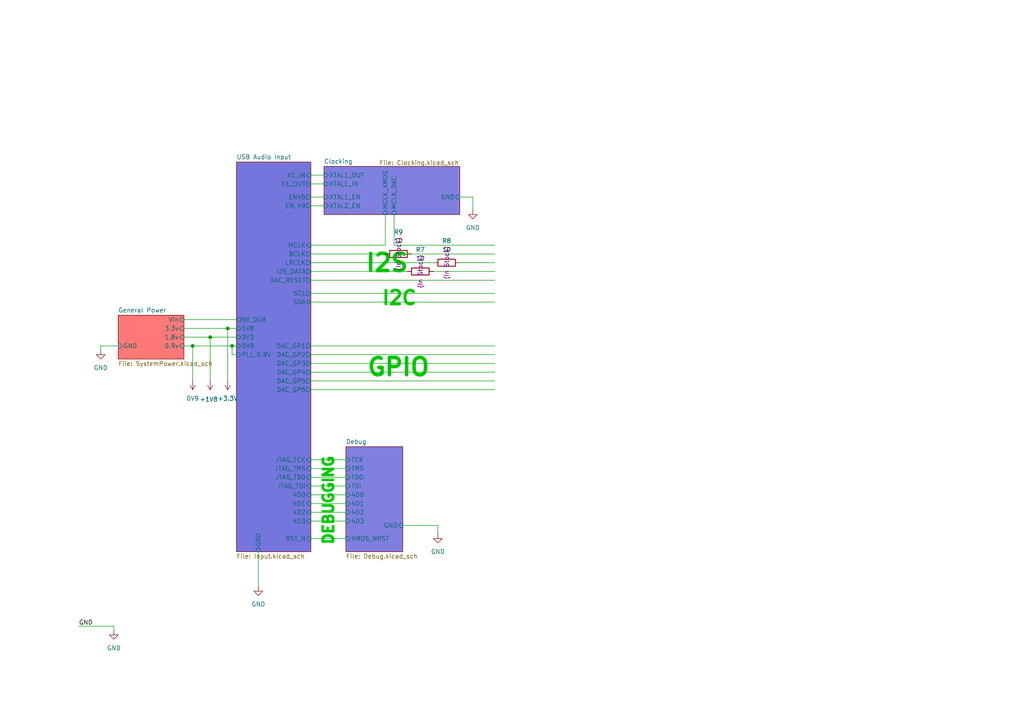
<source format=kicad_sch>
(kicad_sch (version 20250114) (generator "eeschema") (generator_version "9.0")
  (paper "A4")
  (title_block (title "Hi-Fidelity USB DAC Amplifier") (date "2025-11-19") (rev "1.0") (company "Personal Project - Kettering University") (comment 1 "Designed by Dan Abidov & Luke Stirzinger") (comment 2 "Based on XMOS Xu316 and ES9039Q2M"))
  (lib_symbols
    (symbol "Device:R" (pin_numbers (hide yes)) (pin_names (offset 0))
      (property "Reference" "R" (at 2.032 0 90))
      (property "Value" "R" (at 0 0 90))
      (symbol "R_0_1"
        (rectangle (start -1.016 -2.54) (end 1.016 2.54) (stroke (width 0.254)))
      )
      (symbol "R_1_1"
        (pin passive line (at 0 3.81 270) (length 1.27) (name "~") (number "1"))
        (pin passive line (at 0 -3.81 90) (length 1.27) (name "~") (number "2"))
      )
    )
    (symbol "power:+1V8" (power) (pin_numbers (hide yes)) (pin_names (offset 0) (hide yes))
      (property "Value" "+1V8" (at 0 3.556 0))
      (symbol "+1V8_0_1"
        (polyline (pts (xy -0.762 1.27) (xy 0 2.54)))
        (polyline (pts (xy 0 2.54) (xy 0.762 1.27)))
        (polyline (pts (xy 0 0) (xy 0 2.54)))
      )
      (symbol "+1V8_1_1"
        (pin power_in line (at 0 0 90) (length 0) (name "~") (number "1"))
      )
    )
    (symbol "power:+3.3V" (power) (pin_numbers (hide yes)) (pin_names (offset 0) (hide yes))
      (property "Value" "+3.3V" (at 0 3.556 0))
      (symbol "+3.3V_0_1"
        (polyline (pts (xy -0.762 1.27) (xy 0 2.54)))
        (polyline (pts (xy 0 2.54) (xy 0.762 1.27)))
        (polyline (pts (xy 0 0) (xy 0 2.54)))
      )
      (symbol "+3.3V_1_1"
        (pin power_in line (at 0 0 90) (length 0) (name "~") (number "1"))
      )
    )
    (symbol "power:GND" (power) (pin_numbers (hide yes)) (pin_names (offset 0) (hide yes))
      (property "Value" "GND" (at 0 -3.81 0))
      (symbol "GND_0_1"
        (polyline (pts (xy 0 0) (xy 0 -1.27) (xy 1.27 -1.27) (xy 0 -2.54) (xy -1.27 -1.27) (xy 0 -1.27)))
      )
      (symbol "GND_1_1"
        (pin power_in line (at 0 0 270) (length 0) (name "~") (number "1"))
      )
    )
  )
  (text "I2C" (at 115.824 86.614 0) (effects (font (size 4 4) (thickness 0.8) (bold yes))))
  (text "DEBUGGING" (at 95.25 145.288 90) (effects (font (size 3 3) (thickness 0.8) (bold yes))))
  (text "I2S" (at 112.268 76.454 0) (effects (font (size 5 5) (thickness 1) (bold yes))))
  (text "GPIO" (at 115.57 106.68 0) (effects (font (size 5 5) (thickness 1) (bold yes))))
  (junction (at 67.31 100.33))
  (junction (at 66.04 95.25))
  (junction (at 55.88 100.33))
  (junction (at 60.96 97.79))
  (wire (pts (xy 90.17 151.13) (xy 100.33 151.13)))
  (wire (pts (xy 74.93 170.18) (xy 74.93 160.02)))
  (wire (pts (xy 137.16 57.15) (xy 137.16 60.96)))
  (wire (pts (xy 60.96 97.79) (xy 68.58 97.79)))
  (wire (pts (xy 127 152.4) (xy 127 154.94)))
  (wire (pts (xy 90.17 102.87) (xy 143.51 102.87)))
  (wire (pts (xy 68.58 102.87) (xy 67.31 102.87)))
  (wire (pts (xy 60.96 110.49) (xy 60.96 97.79)))
  (wire (pts (xy 55.88 100.33) (xy 53.34 100.33)))
  (wire (pts (xy 66.04 95.25) (xy 66.04 110.49)))
  (wire (pts (xy 53.34 92.71) (xy 68.58 92.71)))
  (wire (pts (xy 90.17 76.2) (xy 125.73 76.2)))
  (wire (pts (xy 29.21 100.33) (xy 34.29 100.33)))
  (wire (pts (xy 22.86 181.61) (xy 33.02 181.61)))
  (wire (pts (xy 90.17 143.51) (xy 100.33 143.51)))
  (wire (pts (xy 90.17 135.89) (xy 100.33 135.89)))
  (wire (pts (xy 67.31 100.33) (xy 68.58 100.33)))
  (wire (pts (xy 90.17 156.21) (xy 100.33 156.21)))
  (wire (pts (xy 90.17 100.33) (xy 143.51 100.33)))
  (wire (pts (xy 114.3 62.23) (xy 114.3 71.12)))
  (wire (pts (xy 90.17 113.03) (xy 143.51 113.03)))
  (wire (pts (xy 67.31 102.87) (xy 67.31 100.33)))
  (wire (pts (xy 90.17 107.95) (xy 143.51 107.95)))
  (wire (pts (xy 29.21 100.33) (xy 29.21 101.6)))
  (wire (pts (xy 90.17 87.63) (xy 143.51 87.63)))
  (wire (pts (xy 111.76 62.23) (xy 111.76 71.12)))
  (wire (pts (xy 90.17 73.66) (xy 111.76 73.66)))
  (wire (pts (xy 114.3 71.12) (xy 143.51 71.12)))
  (wire (pts (xy 133.35 76.2) (xy 143.51 76.2)))
  (wire (pts (xy 90.17 148.59) (xy 100.33 148.59)))
  (wire (pts (xy 90.17 78.74) (xy 118.11 78.74)))
  (wire (pts (xy 53.34 97.79) (xy 60.96 97.79)))
  (wire (pts (xy 133.35 57.15) (xy 137.16 57.15)))
  (wire (pts (xy 90.17 133.35) (xy 100.33 133.35)))
  (wire (pts (xy 66.04 95.25) (xy 68.58 95.25)))
  (wire (pts (xy 90.17 71.12) (xy 111.76 71.12)))
  (wire (pts (xy 90.17 50.8) (xy 93.98 50.8)))
  (wire (pts (xy 90.17 81.28) (xy 143.51 81.28)))
  (wire (pts (xy 90.17 110.49) (xy 143.51 110.49)))
  (wire (pts (xy 127 152.4) (xy 116.84 152.4)))
  (wire (pts (xy 90.17 138.43) (xy 100.33 138.43)))
  (wire (pts (xy 90.17 53.34) (xy 93.98 53.34)))
  (wire (pts (xy 90.17 105.41) (xy 143.51 105.41)))
  (wire (pts (xy 55.88 110.49) (xy 55.88 100.33)))
  (wire (pts (xy 33.02 181.61) (xy 33.02 182.88)))
  (wire (pts (xy 90.17 140.97) (xy 100.33 140.97)))
  (wire (pts (xy 55.88 100.33) (xy 67.31 100.33)))
  (wire (pts (xy 90.17 59.69) (xy 93.98 59.69)))
  (wire (pts (xy 53.34 95.25) (xy 66.04 95.25)))
  (wire (pts (xy 125.73 78.74) (xy 143.51 78.74)))
  (wire (pts (xy 119.38 73.66) (xy 143.51 73.66)))
  (wire (pts (xy 90.17 85.09) (xy 143.51 85.09)))
  (wire (pts (xy 90.17 57.15) (xy 93.98 57.15)))
  (wire (pts (xy 90.17 146.05) (xy 100.33 146.05)))
  (label "GND" (at 22.86 181.61 0))
  (symbol (lib_id "Device:R") (at 121.92 78.74 90) (unit 1)
    (property "Reference" "R7" (at 121.92 72.39 90))
    (property "Value" "10" (at 121.92 74.93 90))
    (property "Footprint" "Resistor_SMD:R_0805_2012Metric_Pad1.20x1.40mm_HandSolder" (effects (hide yes)))
    (property "Description" "Resistor" (effects (hide yes)))
    (property "CUI_PURCHASE_URL" "(In Stock)" (at 121.92 78.74 0))
  )
  (symbol (lib_id "Device:R") (at 129.54 76.2 90) (unit 1)
    (property "Reference" "R8" (at 129.54 69.85 90))
    (property "Value" "10" (at 129.54 72.39 90))
    (property "Footprint" "Resistor_SMD:R_0805_2012Metric_Pad1.20x1.40mm_HandSolder" (effects (hide yes)))
    (property "Description" "Resistor" (effects (hide yes)))
    (property "CUI_PURCHASE_URL" "(In Stock)" (at 129.54 76.2 0))
  )
  (symbol (lib_id "power:GND") (at 74.93 170.18 0) (unit 1)
    (property "Reference" "#PWR087" (effects (hide yes)))
    (property "Value" "GND" (at 74.93 175.26 0))
    (property "Description" "Power symbol creates a global label with name \"GND\" , ground" (effects (hide yes)))
  )
  (symbol (lib_id "Device:R") (at 115.57 73.66 90) (unit 1)
    (property "Reference" "R9" (at 115.57 67.31 90))
    (property "Value" "10" (at 115.57 69.85 90))
    (property "Footprint" "Resistor_SMD:R_0805_2012Metric_Pad1.20x1.40mm_HandSolder" (effects (hide yes)))
    (property "Description" "Resistor" (effects (hide yes)))
    (property "CUI_PURCHASE_URL" "(In Stock)" (at 115.57 73.66 0))
  )
  (symbol (lib_id "power:GND") (at 29.21 101.6 0) (unit 1)
    (property "Reference" "#PWR086" (effects (hide yes)))
    (property "Value" "GND" (at 29.21 106.68 0))
    (property "Description" "Power symbol creates a global label with name \"GND\" , ground" (effects (hide yes)))
  )
  (symbol (lib_id "power:GND") (at 127 154.94 0) (unit 1)
    (property "Reference" "#PWR088" (effects (hide yes)))
    (property "Value" "GND" (at 127 160.02 0))
    (property "Description" "Power symbol creates a global label with name \"GND\" , ground" (effects (hide yes)))
  )
  (symbol (lib_id "power:+1V8") (at 55.88 110.49 180) (unit 1)
    (property "Reference" "#PWR0107" (effects (hide yes)))
    (property "Value" "0V9" (at 55.88 115.57 0))
    (property "Description" "Power symbol creates a global label with name \"+1V8\"" (effects (hide yes)))
  )
  (symbol (lib_id "power:GND") (at 137.16 60.96 0) (unit 1)
    (property "Reference" "#PWR090" (effects (hide yes)))
    (property "Value" "GND" (at 137.16 66.04 0))
    (property "Description" "Power symbol creates a global label with name \"GND\" , ground" (effects (hide yes)))
  )
  (symbol (lib_id "power:+3.3V") (at 66.04 110.49 180) (unit 1)
    (property "Reference" "#PWR0105" (effects (hide yes)))
    (property "Value" "+3.3V" (at 66.04 115.57 0))
    (property "Description" "Power symbol creates a global label with name \"+3.3V\"" (effects (hide yes)))
  )
  (symbol (lib_id "power:GND") (at 33.02 182.88 0) (unit 1)
    (property "Reference" "#PWR085" (effects (hide yes)))
    (property "Value" "GND" (at 33.02 187.96 0))
    (property "Description" "Power symbol creates a global label with name \"GND\" , ground" (effects (hide yes)))
  )
  (symbol (lib_id "power:+1V8") (at 60.96 110.49 180) (unit 1)
    (property "Reference" "#PWR0106" (effects (hide yes)))
    (property "Value" "+1V8" (at 57.912 115.824 0) (effects (justify right)))
    (property "Description" "Power symbol creates a global label with name \"+1V8\"" (effects (hide yes)))
  )
  (sheet (at 100.33 129.54) (size 16.51 30.48) (stroke (width 0.1524)) (fill (color 0 0 194 0.5000))
    (property "Sheetname" "Debug" (at 100.33 128.8284 0) (effects (justify left bottom)))
    (property "Sheetfile" "Debug.kicad_sch" (at 100.33 160.6046 0) (effects (justify left top)))
    (pin "4D0" input (at 100.33 143.51 180))
    (pin "4D1" input (at 100.33 146.05 180))
    (pin "4D2" input (at 100.33 148.59 180))
    (pin "4D3" input (at 100.33 151.13 180))
    (pin "TCK" input (at 100.33 133.35 180))
    (pin "TDI" input (at 100.33 140.97 180))
    (pin "TDO" input (at 100.33 138.43 180))
    (pin "TMS" input (at 100.33 135.89 180))
    (pin "XMOS_NRST" input (at 100.33 156.21 180))
    (pin "GND" input (at 116.84 152.4 0))
  )
  (sheet (at 68.58 46.99) (size 21.59 113.03) (stroke (width 0.1524)) (fill (color 0 0 194 0.5400))
    (property "Sheetname" "USB Audio Input" (at 68.58 46.2784 0) (effects (justify left bottom)))
    (property "Sheetfile" "Input.kicad_sch" (at 68.58 160.6046 0) (effects (justify left top)))
    (pin "RST_N" input (at 90.17 156.21 0))
    (pin "X1_IN" input (at 90.17 50.8 0))
    (pin "GND" input (at 74.93 160.02 270))
    (pin "X1_OUT" output (at 90.17 53.34 0))
    (pin "EN_49" output (at 90.17 59.69 0))
    (pin "EN45" output (at 90.17 57.15 0))
    (pin "3V3" input (at 68.58 97.79 180))
    (pin "0V9" input (at 68.58 100.33 180))
    (pin "PLL_0.9V" input (at 68.58 102.87 180))
    (pin "DAC_RESET" output (at 90.17 81.28 0))
    (pin "DAC_GP5" output (at 90.17 110.49 0))
    (pin "DAC_GP2" output (at 90.17 102.87 0))
    (pin "DAC_GP1" output (at 90.17 100.33 0))
    (pin "DAC_GP4" output (at 90.17 107.95 0))
    (pin "DAC_GP3" output (at 90.17 105.41 0))
    (pin "DAC_GP6" output (at 90.17 113.03 0))
    (pin "SDA" bidirectional (at 90.17 87.63 0))
    (pin "LRCLK" output (at 90.17 76.2 0))
    (pin "5V_DGB" output (at 68.58 92.71 180))
    (pin "I2S_DATA" output (at 90.17 78.74 0))
    (pin "MCLK" input (at 90.17 71.12 0))
    (pin "SCL" output (at 90.17 85.09 0))
    (pin "BCLK" output (at 90.17 73.66 0))
    (pin "1V8" input (at 68.58 95.25 180))
    (pin "JTAG_TMS" input (at 90.17 135.89 0))
    (pin "JTAG_TDI" input (at 90.17 140.97 0))
    (pin "JTAG_TD0" input (at 90.17 138.43 0))
    (pin "4D2" input (at 90.17 148.59 0))
    (pin "4D0" input (at 90.17 143.51 0))
    (pin "JTAG_TCK" input (at 90.17 133.35 0))
    (pin "4D1" input (at 90.17 146.05 0))
    (pin "4D3" input (at 90.17 151.13 0))
  )
  (sheet (at 34.29 91.44) (size 19.05 12.7) (stroke (width 0.1524)) (fill (color 255 0 0 0.5300))
    (property "Sheetname" "General Power" (at 34.29 90.7284 0) (effects (justify left bottom)))
    (property "Sheetfile" "SystemPower.kicad_sch" (at 34.29 104.7246 0) (effects (justify left top)))
    (pin "0.9v" input (at 53.34 100.33 0))
    (pin "1.8v" input (at 53.34 97.79 0))
    (pin "3.3v" input (at 53.34 95.25 0))
    (pin "Vin" input (at 53.34 92.71 0))
    (pin "GND" input (at 34.29 100.33 180))
  )
  (sheet (at 93.98 48.26) (size 39.37 13.97) (stroke (width 0.1524)) (fill (color 0 0 194 0.5000))
    (property "Sheetname" "Clocking" (at 93.98 47.5484 0) (effects (justify left bottom)))
    (property "Sheetfile" "Clocking.kicad_sch" (at 109.982 46.482 0) (effects (justify left top)))
    (pin "XTAL2_EN" input (at 93.98 59.69 180))
    (pin "XTAL1_EN" input (at 93.98 57.15 180))
    (pin "XTAL1_IN" input (at 93.98 53.34 180))
    (pin "XTAL1_OUT" input (at 93.98 50.8 180))
    (pin "MCLK_DAC" input (at 114.3 62.23 270))
    (pin "MCLK_XMOS" input (at 111.76 62.23 270))
    (pin "GND" input (at 133.35 57.15 0))
  )
)
</source>
